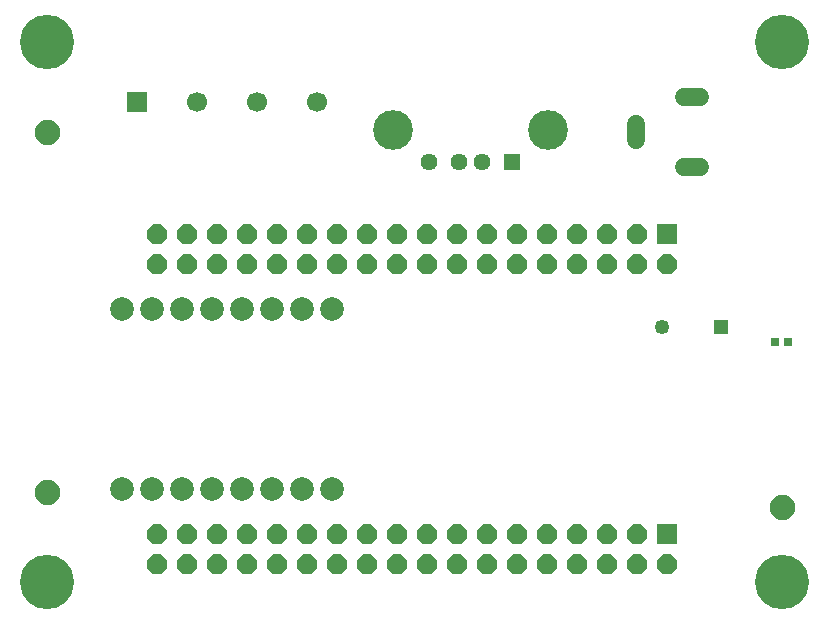
<source format=gbr>
G04 EAGLE Gerber RS-274X export*
G75*
%MOMM*%
%FSLAX34Y34*%
%LPD*%
%INSoldermask Top*%
%IPPOS*%
%AMOC8*
5,1,8,0,0,1.08239X$1,22.5*%
G01*
%ADD10R,1.692400X1.692400*%
%ADD11C,1.692400*%
%ADD12R,1.440400X1.440400*%
%ADD13C,1.440400*%
%ADD14C,3.372400*%
%ADD15C,1.552400*%
%ADD16C,2.000400*%
%ADD17R,1.676400X1.676400*%
%ADD18P,1.814519X8X202.500000*%
%ADD19R,1.252400X1.252400*%
%ADD20C,1.252400*%
%ADD21C,4.597400*%
%ADD22C,0.609600*%
%ADD23C,1.168400*%
%ADD24R,0.762000X0.660400*%


D10*
X114300Y444500D03*
D11*
X165100Y444500D03*
X215900Y444500D03*
X266700Y444500D03*
D12*
X431800Y393700D03*
D13*
X406800Y393700D03*
X386800Y393700D03*
X361800Y393700D03*
D14*
X462500Y420800D03*
X331100Y420800D03*
D15*
X577200Y449100D02*
X591200Y449100D01*
X591200Y389100D02*
X577200Y389100D01*
X537200Y412100D02*
X537200Y426100D01*
D16*
X279400Y269240D03*
X254000Y269240D03*
X228600Y269240D03*
X203200Y269240D03*
X177800Y269240D03*
X152400Y269240D03*
X127000Y269240D03*
X101600Y269240D03*
X101600Y116840D03*
X127000Y116840D03*
X152400Y116840D03*
X177800Y116840D03*
X203200Y116840D03*
X228600Y116840D03*
X254000Y116840D03*
X279400Y116840D03*
D17*
X563200Y333000D03*
D18*
X563200Y307600D03*
X537800Y333000D03*
X537800Y307600D03*
X512400Y333000D03*
X512400Y307600D03*
X487000Y333000D03*
X487000Y307600D03*
X461600Y333000D03*
X461600Y307600D03*
X436200Y333000D03*
X436200Y307600D03*
X410800Y333000D03*
X410800Y307600D03*
X385400Y333000D03*
X385400Y307600D03*
X360000Y333000D03*
X360000Y307600D03*
X334600Y333000D03*
X334600Y307600D03*
X309200Y333000D03*
X309200Y307600D03*
X283800Y333000D03*
X283800Y307600D03*
X258400Y333000D03*
X258400Y307600D03*
X233000Y333000D03*
X233000Y307600D03*
X207600Y333000D03*
X207600Y307600D03*
X182200Y333000D03*
X182200Y307600D03*
X156800Y333000D03*
X156800Y307600D03*
X131400Y333000D03*
X131400Y307600D03*
D17*
X563200Y79000D03*
D18*
X563200Y53600D03*
X537800Y79000D03*
X537800Y53600D03*
X512400Y79000D03*
X512400Y53600D03*
X487000Y79000D03*
X487000Y53600D03*
X461600Y79000D03*
X461600Y53600D03*
X436200Y79000D03*
X436200Y53600D03*
X410800Y79000D03*
X410800Y53600D03*
X385400Y79000D03*
X385400Y53600D03*
X360000Y79000D03*
X360000Y53600D03*
X334600Y79000D03*
X334600Y53600D03*
X309200Y79000D03*
X309200Y53600D03*
X283800Y79000D03*
X283800Y53600D03*
X258400Y79000D03*
X258400Y53600D03*
X233000Y79000D03*
X233000Y53600D03*
X207600Y79000D03*
X207600Y53600D03*
X182200Y79000D03*
X182200Y53600D03*
X156800Y79000D03*
X156800Y53600D03*
X131400Y79000D03*
X131400Y53600D03*
D19*
X609200Y254000D03*
D20*
X559200Y254000D03*
D21*
X38100Y38100D03*
X38100Y495300D03*
X660400Y495300D03*
X660400Y38100D03*
D22*
X652780Y101600D02*
X652782Y101787D01*
X652789Y101974D01*
X652801Y102161D01*
X652817Y102347D01*
X652837Y102533D01*
X652862Y102718D01*
X652892Y102903D01*
X652926Y103087D01*
X652965Y103270D01*
X653008Y103452D01*
X653056Y103632D01*
X653108Y103812D01*
X653165Y103990D01*
X653225Y104167D01*
X653291Y104342D01*
X653360Y104516D01*
X653434Y104688D01*
X653512Y104858D01*
X653594Y105026D01*
X653680Y105192D01*
X653770Y105356D01*
X653864Y105517D01*
X653962Y105677D01*
X654064Y105833D01*
X654170Y105988D01*
X654280Y106139D01*
X654393Y106288D01*
X654510Y106434D01*
X654630Y106577D01*
X654754Y106717D01*
X654881Y106854D01*
X655012Y106988D01*
X655146Y107119D01*
X655283Y107246D01*
X655423Y107370D01*
X655566Y107490D01*
X655712Y107607D01*
X655861Y107720D01*
X656012Y107830D01*
X656167Y107936D01*
X656323Y108038D01*
X656483Y108136D01*
X656644Y108230D01*
X656808Y108320D01*
X656974Y108406D01*
X657142Y108488D01*
X657312Y108566D01*
X657484Y108640D01*
X657658Y108709D01*
X657833Y108775D01*
X658010Y108835D01*
X658188Y108892D01*
X658368Y108944D01*
X658548Y108992D01*
X658730Y109035D01*
X658913Y109074D01*
X659097Y109108D01*
X659282Y109138D01*
X659467Y109163D01*
X659653Y109183D01*
X659839Y109199D01*
X660026Y109211D01*
X660213Y109218D01*
X660400Y109220D01*
X660587Y109218D01*
X660774Y109211D01*
X660961Y109199D01*
X661147Y109183D01*
X661333Y109163D01*
X661518Y109138D01*
X661703Y109108D01*
X661887Y109074D01*
X662070Y109035D01*
X662252Y108992D01*
X662432Y108944D01*
X662612Y108892D01*
X662790Y108835D01*
X662967Y108775D01*
X663142Y108709D01*
X663316Y108640D01*
X663488Y108566D01*
X663658Y108488D01*
X663826Y108406D01*
X663992Y108320D01*
X664156Y108230D01*
X664317Y108136D01*
X664477Y108038D01*
X664633Y107936D01*
X664788Y107830D01*
X664939Y107720D01*
X665088Y107607D01*
X665234Y107490D01*
X665377Y107370D01*
X665517Y107246D01*
X665654Y107119D01*
X665788Y106988D01*
X665919Y106854D01*
X666046Y106717D01*
X666170Y106577D01*
X666290Y106434D01*
X666407Y106288D01*
X666520Y106139D01*
X666630Y105988D01*
X666736Y105833D01*
X666838Y105677D01*
X666936Y105517D01*
X667030Y105356D01*
X667120Y105192D01*
X667206Y105026D01*
X667288Y104858D01*
X667366Y104688D01*
X667440Y104516D01*
X667509Y104342D01*
X667575Y104167D01*
X667635Y103990D01*
X667692Y103812D01*
X667744Y103632D01*
X667792Y103452D01*
X667835Y103270D01*
X667874Y103087D01*
X667908Y102903D01*
X667938Y102718D01*
X667963Y102533D01*
X667983Y102347D01*
X667999Y102161D01*
X668011Y101974D01*
X668018Y101787D01*
X668020Y101600D01*
X668018Y101413D01*
X668011Y101226D01*
X667999Y101039D01*
X667983Y100853D01*
X667963Y100667D01*
X667938Y100482D01*
X667908Y100297D01*
X667874Y100113D01*
X667835Y99930D01*
X667792Y99748D01*
X667744Y99568D01*
X667692Y99388D01*
X667635Y99210D01*
X667575Y99033D01*
X667509Y98858D01*
X667440Y98684D01*
X667366Y98512D01*
X667288Y98342D01*
X667206Y98174D01*
X667120Y98008D01*
X667030Y97844D01*
X666936Y97683D01*
X666838Y97523D01*
X666736Y97367D01*
X666630Y97212D01*
X666520Y97061D01*
X666407Y96912D01*
X666290Y96766D01*
X666170Y96623D01*
X666046Y96483D01*
X665919Y96346D01*
X665788Y96212D01*
X665654Y96081D01*
X665517Y95954D01*
X665377Y95830D01*
X665234Y95710D01*
X665088Y95593D01*
X664939Y95480D01*
X664788Y95370D01*
X664633Y95264D01*
X664477Y95162D01*
X664317Y95064D01*
X664156Y94970D01*
X663992Y94880D01*
X663826Y94794D01*
X663658Y94712D01*
X663488Y94634D01*
X663316Y94560D01*
X663142Y94491D01*
X662967Y94425D01*
X662790Y94365D01*
X662612Y94308D01*
X662432Y94256D01*
X662252Y94208D01*
X662070Y94165D01*
X661887Y94126D01*
X661703Y94092D01*
X661518Y94062D01*
X661333Y94037D01*
X661147Y94017D01*
X660961Y94001D01*
X660774Y93989D01*
X660587Y93982D01*
X660400Y93980D01*
X660213Y93982D01*
X660026Y93989D01*
X659839Y94001D01*
X659653Y94017D01*
X659467Y94037D01*
X659282Y94062D01*
X659097Y94092D01*
X658913Y94126D01*
X658730Y94165D01*
X658548Y94208D01*
X658368Y94256D01*
X658188Y94308D01*
X658010Y94365D01*
X657833Y94425D01*
X657658Y94491D01*
X657484Y94560D01*
X657312Y94634D01*
X657142Y94712D01*
X656974Y94794D01*
X656808Y94880D01*
X656644Y94970D01*
X656483Y95064D01*
X656323Y95162D01*
X656167Y95264D01*
X656012Y95370D01*
X655861Y95480D01*
X655712Y95593D01*
X655566Y95710D01*
X655423Y95830D01*
X655283Y95954D01*
X655146Y96081D01*
X655012Y96212D01*
X654881Y96346D01*
X654754Y96483D01*
X654630Y96623D01*
X654510Y96766D01*
X654393Y96912D01*
X654280Y97061D01*
X654170Y97212D01*
X654064Y97367D01*
X653962Y97523D01*
X653864Y97683D01*
X653770Y97844D01*
X653680Y98008D01*
X653594Y98174D01*
X653512Y98342D01*
X653434Y98512D01*
X653360Y98684D01*
X653291Y98858D01*
X653225Y99033D01*
X653165Y99210D01*
X653108Y99388D01*
X653056Y99568D01*
X653008Y99748D01*
X652965Y99930D01*
X652926Y100113D01*
X652892Y100297D01*
X652862Y100482D01*
X652837Y100667D01*
X652817Y100853D01*
X652801Y101039D01*
X652789Y101226D01*
X652782Y101413D01*
X652780Y101600D01*
D23*
X660400Y101600D03*
D22*
X30480Y114300D02*
X30482Y114487D01*
X30489Y114674D01*
X30501Y114861D01*
X30517Y115047D01*
X30537Y115233D01*
X30562Y115418D01*
X30592Y115603D01*
X30626Y115787D01*
X30665Y115970D01*
X30708Y116152D01*
X30756Y116332D01*
X30808Y116512D01*
X30865Y116690D01*
X30925Y116867D01*
X30991Y117042D01*
X31060Y117216D01*
X31134Y117388D01*
X31212Y117558D01*
X31294Y117726D01*
X31380Y117892D01*
X31470Y118056D01*
X31564Y118217D01*
X31662Y118377D01*
X31764Y118533D01*
X31870Y118688D01*
X31980Y118839D01*
X32093Y118988D01*
X32210Y119134D01*
X32330Y119277D01*
X32454Y119417D01*
X32581Y119554D01*
X32712Y119688D01*
X32846Y119819D01*
X32983Y119946D01*
X33123Y120070D01*
X33266Y120190D01*
X33412Y120307D01*
X33561Y120420D01*
X33712Y120530D01*
X33867Y120636D01*
X34023Y120738D01*
X34183Y120836D01*
X34344Y120930D01*
X34508Y121020D01*
X34674Y121106D01*
X34842Y121188D01*
X35012Y121266D01*
X35184Y121340D01*
X35358Y121409D01*
X35533Y121475D01*
X35710Y121535D01*
X35888Y121592D01*
X36068Y121644D01*
X36248Y121692D01*
X36430Y121735D01*
X36613Y121774D01*
X36797Y121808D01*
X36982Y121838D01*
X37167Y121863D01*
X37353Y121883D01*
X37539Y121899D01*
X37726Y121911D01*
X37913Y121918D01*
X38100Y121920D01*
X38287Y121918D01*
X38474Y121911D01*
X38661Y121899D01*
X38847Y121883D01*
X39033Y121863D01*
X39218Y121838D01*
X39403Y121808D01*
X39587Y121774D01*
X39770Y121735D01*
X39952Y121692D01*
X40132Y121644D01*
X40312Y121592D01*
X40490Y121535D01*
X40667Y121475D01*
X40842Y121409D01*
X41016Y121340D01*
X41188Y121266D01*
X41358Y121188D01*
X41526Y121106D01*
X41692Y121020D01*
X41856Y120930D01*
X42017Y120836D01*
X42177Y120738D01*
X42333Y120636D01*
X42488Y120530D01*
X42639Y120420D01*
X42788Y120307D01*
X42934Y120190D01*
X43077Y120070D01*
X43217Y119946D01*
X43354Y119819D01*
X43488Y119688D01*
X43619Y119554D01*
X43746Y119417D01*
X43870Y119277D01*
X43990Y119134D01*
X44107Y118988D01*
X44220Y118839D01*
X44330Y118688D01*
X44436Y118533D01*
X44538Y118377D01*
X44636Y118217D01*
X44730Y118056D01*
X44820Y117892D01*
X44906Y117726D01*
X44988Y117558D01*
X45066Y117388D01*
X45140Y117216D01*
X45209Y117042D01*
X45275Y116867D01*
X45335Y116690D01*
X45392Y116512D01*
X45444Y116332D01*
X45492Y116152D01*
X45535Y115970D01*
X45574Y115787D01*
X45608Y115603D01*
X45638Y115418D01*
X45663Y115233D01*
X45683Y115047D01*
X45699Y114861D01*
X45711Y114674D01*
X45718Y114487D01*
X45720Y114300D01*
X45718Y114113D01*
X45711Y113926D01*
X45699Y113739D01*
X45683Y113553D01*
X45663Y113367D01*
X45638Y113182D01*
X45608Y112997D01*
X45574Y112813D01*
X45535Y112630D01*
X45492Y112448D01*
X45444Y112268D01*
X45392Y112088D01*
X45335Y111910D01*
X45275Y111733D01*
X45209Y111558D01*
X45140Y111384D01*
X45066Y111212D01*
X44988Y111042D01*
X44906Y110874D01*
X44820Y110708D01*
X44730Y110544D01*
X44636Y110383D01*
X44538Y110223D01*
X44436Y110067D01*
X44330Y109912D01*
X44220Y109761D01*
X44107Y109612D01*
X43990Y109466D01*
X43870Y109323D01*
X43746Y109183D01*
X43619Y109046D01*
X43488Y108912D01*
X43354Y108781D01*
X43217Y108654D01*
X43077Y108530D01*
X42934Y108410D01*
X42788Y108293D01*
X42639Y108180D01*
X42488Y108070D01*
X42333Y107964D01*
X42177Y107862D01*
X42017Y107764D01*
X41856Y107670D01*
X41692Y107580D01*
X41526Y107494D01*
X41358Y107412D01*
X41188Y107334D01*
X41016Y107260D01*
X40842Y107191D01*
X40667Y107125D01*
X40490Y107065D01*
X40312Y107008D01*
X40132Y106956D01*
X39952Y106908D01*
X39770Y106865D01*
X39587Y106826D01*
X39403Y106792D01*
X39218Y106762D01*
X39033Y106737D01*
X38847Y106717D01*
X38661Y106701D01*
X38474Y106689D01*
X38287Y106682D01*
X38100Y106680D01*
X37913Y106682D01*
X37726Y106689D01*
X37539Y106701D01*
X37353Y106717D01*
X37167Y106737D01*
X36982Y106762D01*
X36797Y106792D01*
X36613Y106826D01*
X36430Y106865D01*
X36248Y106908D01*
X36068Y106956D01*
X35888Y107008D01*
X35710Y107065D01*
X35533Y107125D01*
X35358Y107191D01*
X35184Y107260D01*
X35012Y107334D01*
X34842Y107412D01*
X34674Y107494D01*
X34508Y107580D01*
X34344Y107670D01*
X34183Y107764D01*
X34023Y107862D01*
X33867Y107964D01*
X33712Y108070D01*
X33561Y108180D01*
X33412Y108293D01*
X33266Y108410D01*
X33123Y108530D01*
X32983Y108654D01*
X32846Y108781D01*
X32712Y108912D01*
X32581Y109046D01*
X32454Y109183D01*
X32330Y109323D01*
X32210Y109466D01*
X32093Y109612D01*
X31980Y109761D01*
X31870Y109912D01*
X31764Y110067D01*
X31662Y110223D01*
X31564Y110383D01*
X31470Y110544D01*
X31380Y110708D01*
X31294Y110874D01*
X31212Y111042D01*
X31134Y111212D01*
X31060Y111384D01*
X30991Y111558D01*
X30925Y111733D01*
X30865Y111910D01*
X30808Y112088D01*
X30756Y112268D01*
X30708Y112448D01*
X30665Y112630D01*
X30626Y112813D01*
X30592Y112997D01*
X30562Y113182D01*
X30537Y113367D01*
X30517Y113553D01*
X30501Y113739D01*
X30489Y113926D01*
X30482Y114113D01*
X30480Y114300D01*
D23*
X38100Y114300D03*
D22*
X30480Y419100D02*
X30482Y419287D01*
X30489Y419474D01*
X30501Y419661D01*
X30517Y419847D01*
X30537Y420033D01*
X30562Y420218D01*
X30592Y420403D01*
X30626Y420587D01*
X30665Y420770D01*
X30708Y420952D01*
X30756Y421132D01*
X30808Y421312D01*
X30865Y421490D01*
X30925Y421667D01*
X30991Y421842D01*
X31060Y422016D01*
X31134Y422188D01*
X31212Y422358D01*
X31294Y422526D01*
X31380Y422692D01*
X31470Y422856D01*
X31564Y423017D01*
X31662Y423177D01*
X31764Y423333D01*
X31870Y423488D01*
X31980Y423639D01*
X32093Y423788D01*
X32210Y423934D01*
X32330Y424077D01*
X32454Y424217D01*
X32581Y424354D01*
X32712Y424488D01*
X32846Y424619D01*
X32983Y424746D01*
X33123Y424870D01*
X33266Y424990D01*
X33412Y425107D01*
X33561Y425220D01*
X33712Y425330D01*
X33867Y425436D01*
X34023Y425538D01*
X34183Y425636D01*
X34344Y425730D01*
X34508Y425820D01*
X34674Y425906D01*
X34842Y425988D01*
X35012Y426066D01*
X35184Y426140D01*
X35358Y426209D01*
X35533Y426275D01*
X35710Y426335D01*
X35888Y426392D01*
X36068Y426444D01*
X36248Y426492D01*
X36430Y426535D01*
X36613Y426574D01*
X36797Y426608D01*
X36982Y426638D01*
X37167Y426663D01*
X37353Y426683D01*
X37539Y426699D01*
X37726Y426711D01*
X37913Y426718D01*
X38100Y426720D01*
X38287Y426718D01*
X38474Y426711D01*
X38661Y426699D01*
X38847Y426683D01*
X39033Y426663D01*
X39218Y426638D01*
X39403Y426608D01*
X39587Y426574D01*
X39770Y426535D01*
X39952Y426492D01*
X40132Y426444D01*
X40312Y426392D01*
X40490Y426335D01*
X40667Y426275D01*
X40842Y426209D01*
X41016Y426140D01*
X41188Y426066D01*
X41358Y425988D01*
X41526Y425906D01*
X41692Y425820D01*
X41856Y425730D01*
X42017Y425636D01*
X42177Y425538D01*
X42333Y425436D01*
X42488Y425330D01*
X42639Y425220D01*
X42788Y425107D01*
X42934Y424990D01*
X43077Y424870D01*
X43217Y424746D01*
X43354Y424619D01*
X43488Y424488D01*
X43619Y424354D01*
X43746Y424217D01*
X43870Y424077D01*
X43990Y423934D01*
X44107Y423788D01*
X44220Y423639D01*
X44330Y423488D01*
X44436Y423333D01*
X44538Y423177D01*
X44636Y423017D01*
X44730Y422856D01*
X44820Y422692D01*
X44906Y422526D01*
X44988Y422358D01*
X45066Y422188D01*
X45140Y422016D01*
X45209Y421842D01*
X45275Y421667D01*
X45335Y421490D01*
X45392Y421312D01*
X45444Y421132D01*
X45492Y420952D01*
X45535Y420770D01*
X45574Y420587D01*
X45608Y420403D01*
X45638Y420218D01*
X45663Y420033D01*
X45683Y419847D01*
X45699Y419661D01*
X45711Y419474D01*
X45718Y419287D01*
X45720Y419100D01*
X45718Y418913D01*
X45711Y418726D01*
X45699Y418539D01*
X45683Y418353D01*
X45663Y418167D01*
X45638Y417982D01*
X45608Y417797D01*
X45574Y417613D01*
X45535Y417430D01*
X45492Y417248D01*
X45444Y417068D01*
X45392Y416888D01*
X45335Y416710D01*
X45275Y416533D01*
X45209Y416358D01*
X45140Y416184D01*
X45066Y416012D01*
X44988Y415842D01*
X44906Y415674D01*
X44820Y415508D01*
X44730Y415344D01*
X44636Y415183D01*
X44538Y415023D01*
X44436Y414867D01*
X44330Y414712D01*
X44220Y414561D01*
X44107Y414412D01*
X43990Y414266D01*
X43870Y414123D01*
X43746Y413983D01*
X43619Y413846D01*
X43488Y413712D01*
X43354Y413581D01*
X43217Y413454D01*
X43077Y413330D01*
X42934Y413210D01*
X42788Y413093D01*
X42639Y412980D01*
X42488Y412870D01*
X42333Y412764D01*
X42177Y412662D01*
X42017Y412564D01*
X41856Y412470D01*
X41692Y412380D01*
X41526Y412294D01*
X41358Y412212D01*
X41188Y412134D01*
X41016Y412060D01*
X40842Y411991D01*
X40667Y411925D01*
X40490Y411865D01*
X40312Y411808D01*
X40132Y411756D01*
X39952Y411708D01*
X39770Y411665D01*
X39587Y411626D01*
X39403Y411592D01*
X39218Y411562D01*
X39033Y411537D01*
X38847Y411517D01*
X38661Y411501D01*
X38474Y411489D01*
X38287Y411482D01*
X38100Y411480D01*
X37913Y411482D01*
X37726Y411489D01*
X37539Y411501D01*
X37353Y411517D01*
X37167Y411537D01*
X36982Y411562D01*
X36797Y411592D01*
X36613Y411626D01*
X36430Y411665D01*
X36248Y411708D01*
X36068Y411756D01*
X35888Y411808D01*
X35710Y411865D01*
X35533Y411925D01*
X35358Y411991D01*
X35184Y412060D01*
X35012Y412134D01*
X34842Y412212D01*
X34674Y412294D01*
X34508Y412380D01*
X34344Y412470D01*
X34183Y412564D01*
X34023Y412662D01*
X33867Y412764D01*
X33712Y412870D01*
X33561Y412980D01*
X33412Y413093D01*
X33266Y413210D01*
X33123Y413330D01*
X32983Y413454D01*
X32846Y413581D01*
X32712Y413712D01*
X32581Y413846D01*
X32454Y413983D01*
X32330Y414123D01*
X32210Y414266D01*
X32093Y414412D01*
X31980Y414561D01*
X31870Y414712D01*
X31764Y414867D01*
X31662Y415023D01*
X31564Y415183D01*
X31470Y415344D01*
X31380Y415508D01*
X31294Y415674D01*
X31212Y415842D01*
X31134Y416012D01*
X31060Y416184D01*
X30991Y416358D01*
X30925Y416533D01*
X30865Y416710D01*
X30808Y416888D01*
X30756Y417068D01*
X30708Y417248D01*
X30665Y417430D01*
X30626Y417613D01*
X30592Y417797D01*
X30562Y417982D01*
X30537Y418167D01*
X30517Y418353D01*
X30501Y418539D01*
X30489Y418726D01*
X30482Y418913D01*
X30480Y419100D01*
D23*
X38100Y419100D03*
D24*
X665988Y241300D03*
X654812Y241300D03*
M02*

</source>
